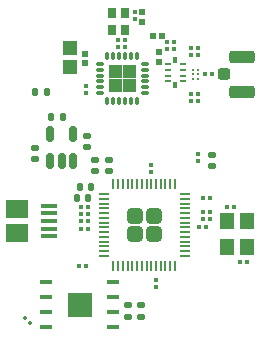
<source format=gtp>
G04 #@! TF.GenerationSoftware,KiCad,Pcbnew,8.0.3*
G04 #@! TF.CreationDate,2024-06-18T15:01:00-07:00*
G04 #@! TF.ProjectId,lora2040,6c6f7261-3230-4343-902e-6b696361645f,rev?*
G04 #@! TF.SameCoordinates,Original*
G04 #@! TF.FileFunction,Paste,Top*
G04 #@! TF.FilePolarity,Positive*
%FSLAX46Y46*%
G04 Gerber Fmt 4.6, Leading zero omitted, Abs format (unit mm)*
G04 Created by KiCad (PCBNEW 8.0.3) date 2024-06-18 15:01:00*
%MOMM*%
%LPD*%
G01*
G04 APERTURE LIST*
G04 Aperture macros list*
%AMRoundRect*
0 Rectangle with rounded corners*
0 $1 Rounding radius*
0 $2 $3 $4 $5 $6 $7 $8 $9 X,Y pos of 4 corners*
0 Add a 4 corners polygon primitive as box body*
4,1,4,$2,$3,$4,$5,$6,$7,$8,$9,$2,$3,0*
0 Add four circle primitives for the rounded corners*
1,1,$1+$1,$2,$3*
1,1,$1+$1,$4,$5*
1,1,$1+$1,$6,$7*
1,1,$1+$1,$8,$9*
0 Add four rect primitives between the rounded corners*
20,1,$1+$1,$2,$3,$4,$5,0*
20,1,$1+$1,$4,$5,$6,$7,0*
20,1,$1+$1,$6,$7,$8,$9,0*
20,1,$1+$1,$8,$9,$2,$3,0*%
%AMRotRect*
0 Rectangle, with rotation*
0 The origin of the aperture is its center*
0 $1 length*
0 $2 width*
0 $3 Rotation angle, in degrees counterclockwise*
0 Add horizontal line*
21,1,$1,$2,0,0,$3*%
G04 Aperture macros list end*
%ADD10C,0.000000*%
%ADD11R,0.350000X0.350000*%
%ADD12R,0.500000X0.250000*%
%ADD13R,0.300000X0.600000*%
%ADD14RoundRect,0.140000X-0.170000X0.140000X-0.170000X-0.140000X0.170000X-0.140000X0.170000X0.140000X0*%
%ADD15R,0.550000X0.550000*%
%ADD16RoundRect,0.140000X-0.140000X-0.170000X0.140000X-0.170000X0.140000X0.170000X-0.140000X0.170000X0*%
%ADD17RoundRect,0.250000X-0.275000X-0.250000X0.275000X-0.250000X0.275000X0.250000X-0.275000X0.250000X0*%
%ADD18RoundRect,0.250000X-0.850000X-0.275000X0.850000X-0.275000X0.850000X0.275000X-0.850000X0.275000X0*%
%ADD19RoundRect,0.140000X0.170000X-0.140000X0.170000X0.140000X-0.170000X0.140000X-0.170000X-0.140000X0*%
%ADD20C,0.250000*%
%ADD21R,0.800000X0.900000*%
%ADD22R,1.200000X1.400000*%
%ADD23R,1.050000X0.450000*%
%ADD24R,2.100000X2.100000*%
%ADD25RoundRect,0.140000X0.140000X0.170000X-0.140000X0.170000X-0.140000X-0.170000X0.140000X-0.170000X0*%
%ADD26R,1.300000X1.300000*%
%ADD27RoundRect,0.135000X0.185000X-0.135000X0.185000X0.135000X-0.185000X0.135000X-0.185000X-0.135000X0*%
%ADD28RoundRect,0.249999X0.395001X-0.395001X0.395001X0.395001X-0.395001X0.395001X-0.395001X-0.395001X0*%
%ADD29RoundRect,0.050000X0.050000X-0.387500X0.050000X0.387500X-0.050000X0.387500X-0.050000X-0.387500X0*%
%ADD30RoundRect,0.050000X0.387500X-0.050000X0.387500X0.050000X-0.387500X0.050000X-0.387500X-0.050000X0*%
%ADD31RotRect,0.350000X0.350000X315.000000*%
%ADD32R,1.350000X0.400000*%
%ADD33R,1.900000X1.500000*%
%ADD34O,0.300000X0.800000*%
%ADD35O,0.800000X0.300000*%
%ADD36RoundRect,0.135000X-0.185000X0.135000X-0.185000X-0.135000X0.185000X-0.135000X0.185000X0.135000X0*%
%ADD37RoundRect,0.150000X0.150000X-0.512500X0.150000X0.512500X-0.150000X0.512500X-0.150000X-0.512500X0*%
%ADD38RoundRect,0.147500X0.172500X-0.147500X0.172500X0.147500X-0.172500X0.147500X-0.172500X-0.147500X0*%
G04 APERTURE END LIST*
D10*
G36*
X142999900Y-88402000D02*
G01*
X142999900Y-89502000D01*
X141899900Y-89501990D01*
X141899900Y-88401990D01*
X142999900Y-88402000D01*
G37*
G36*
X142999890Y-89602000D02*
G01*
X142999900Y-90701990D01*
X141899900Y-90702000D01*
X141899900Y-89601990D01*
X142999890Y-89602000D01*
G37*
G36*
X144199900Y-90701990D02*
G01*
X143099900Y-90702000D01*
X143099890Y-89602000D01*
X144199900Y-89601990D01*
X144199900Y-90701990D01*
G37*
G36*
X144199900Y-89502000D02*
G01*
X143099900Y-89502000D01*
X143099900Y-88402000D01*
X144199900Y-88401990D01*
X144199900Y-89502000D01*
G37*
D11*
X148849900Y-87002000D03*
X148849900Y-87602000D03*
X145912000Y-107247490D03*
X145912000Y-106647500D03*
D12*
X146899900Y-88302000D03*
X146899900Y-88802000D03*
X146899900Y-89302000D03*
X146899900Y-89802000D03*
D13*
X147549900Y-90127000D03*
D12*
X148199900Y-89802000D03*
X148199900Y-89302000D03*
X148199900Y-88802000D03*
X148199900Y-88302000D03*
D13*
X147549900Y-87977000D03*
D11*
X145516600Y-96855000D03*
X145516600Y-97454990D03*
D14*
X140724000Y-96416500D03*
X140724000Y-97376500D03*
D11*
X140008000Y-105410000D03*
X139408000Y-105410000D03*
X146824900Y-86452000D03*
X146824900Y-87051990D03*
D15*
X144754600Y-83947000D03*
X144754600Y-84747000D03*
D16*
X139228000Y-99662500D03*
X140188000Y-99662500D03*
D17*
X151667900Y-89202000D03*
D18*
X153192900Y-87727000D03*
X153192900Y-90677000D03*
D19*
X140081000Y-95349000D03*
X140081000Y-94389000D03*
D14*
X141935200Y-96421000D03*
X141935200Y-97381000D03*
D11*
X150674900Y-89202000D03*
X150074910Y-89202000D03*
D20*
X149049900Y-88802000D03*
X149049900Y-89202000D03*
X149049900Y-89602000D03*
X149449900Y-88802000D03*
X149449900Y-89202000D03*
X149449900Y-89602000D03*
D11*
X144124000Y-83882000D03*
X144124000Y-84481990D03*
X149449900Y-87002000D03*
X149449900Y-87601990D03*
X140024900Y-90177000D03*
X140024900Y-90776990D03*
D21*
X142198000Y-84009000D03*
X142198000Y-85409000D03*
X143298000Y-85409000D03*
X143298000Y-84009000D03*
D11*
X149449900Y-91452000D03*
X149449900Y-90852010D03*
X150503000Y-101491500D03*
X149903010Y-101491500D03*
D22*
X153639000Y-103841000D03*
X153639000Y-101641000D03*
X151939000Y-101641000D03*
X151939000Y-103841000D03*
D15*
X139899900Y-88282000D03*
X139899900Y-87482000D03*
D23*
X142296000Y-110617000D03*
X142296000Y-109347000D03*
X142296000Y-108077000D03*
X142296000Y-106807000D03*
X136596000Y-106807000D03*
X136596000Y-108077000D03*
X136596000Y-109347000D03*
X136596000Y-110617000D03*
D24*
X139446000Y-108712000D03*
D16*
X139482000Y-98773500D03*
X140442000Y-98773500D03*
D14*
X135636000Y-95405000D03*
X135636000Y-96365000D03*
D15*
X146124900Y-87352000D03*
X146124900Y-88152000D03*
D11*
X149479000Y-96575500D03*
X149479000Y-95975500D03*
X142702000Y-86868000D03*
X143302000Y-86868000D03*
D25*
X138021000Y-92837000D03*
X137061000Y-92837000D03*
D11*
X152538990Y-100424500D03*
X151939000Y-100424500D03*
X139535000Y-101057000D03*
X140135000Y-101057000D03*
D15*
X145650000Y-85979000D03*
X146450000Y-85979000D03*
D11*
X139535000Y-101657000D03*
X140134990Y-101657000D03*
X148849900Y-90852000D03*
X148849900Y-91452000D03*
X149903000Y-99695000D03*
X150503000Y-99695000D03*
X142702000Y-86268000D03*
X143301990Y-86268000D03*
X147424900Y-86452000D03*
X147424900Y-87051990D03*
D26*
X138624900Y-88602000D03*
X138624900Y-87002000D03*
D11*
X150503000Y-100891500D03*
X149903010Y-100891500D03*
X153039010Y-105056500D03*
X153639000Y-105056500D03*
D27*
X144653000Y-109728000D03*
X144653000Y-108708000D03*
D11*
X150168000Y-102091500D03*
X149568000Y-102091500D03*
X139535000Y-100457000D03*
X140135000Y-100457000D03*
D16*
X135692000Y-90678000D03*
X136652000Y-90678000D03*
D28*
X144112000Y-102757000D03*
X145712000Y-102757000D03*
X144112000Y-101157000D03*
X145712000Y-101157000D03*
D29*
X142312000Y-105394500D03*
X142712000Y-105394500D03*
X143112000Y-105394500D03*
X143512000Y-105394500D03*
X143912000Y-105394500D03*
X144312000Y-105394500D03*
X144712000Y-105394500D03*
X145112000Y-105394500D03*
X145512000Y-105394500D03*
X145912000Y-105394500D03*
X146312000Y-105394500D03*
X146712000Y-105394500D03*
X147112000Y-105394500D03*
X147512000Y-105394500D03*
D30*
X148349500Y-104557000D03*
X148349500Y-104157000D03*
X148349500Y-103757000D03*
X148349500Y-103357000D03*
X148349500Y-102957000D03*
X148349500Y-102557000D03*
X148349500Y-102157000D03*
X148349500Y-101757000D03*
X148349500Y-101357000D03*
X148349500Y-100957000D03*
X148349500Y-100557000D03*
X148349500Y-100157000D03*
X148349500Y-99757000D03*
X148349500Y-99357000D03*
D29*
X147512000Y-98519500D03*
X147112000Y-98519500D03*
X146712000Y-98519500D03*
X146312000Y-98519500D03*
X145912000Y-98519500D03*
X145512000Y-98519500D03*
X145112000Y-98519500D03*
X144712000Y-98519500D03*
X144312000Y-98519500D03*
X143912000Y-98519500D03*
X143512000Y-98519500D03*
X143112000Y-98519500D03*
X142712000Y-98519500D03*
X142312000Y-98519500D03*
D30*
X141474500Y-99357000D03*
X141474500Y-99757000D03*
X141474500Y-100157000D03*
X141474500Y-100557000D03*
X141474500Y-100957000D03*
X141474500Y-101357000D03*
X141474500Y-101757000D03*
X141474500Y-102157000D03*
X141474500Y-102557000D03*
X141474500Y-102957000D03*
X141474500Y-103357000D03*
X141474500Y-103757000D03*
X141474500Y-104157000D03*
X141474500Y-104557000D03*
D31*
X134830743Y-109811743D03*
X135255000Y-110236000D03*
D32*
X136880600Y-100330000D03*
X136880600Y-100980000D03*
X136880600Y-101630000D03*
X136880600Y-102280000D03*
X136880600Y-102930000D03*
D33*
X134180600Y-100630000D03*
X134180600Y-102630000D03*
D34*
X144299900Y-87652000D03*
X143799900Y-87652000D03*
X143299900Y-87652000D03*
X142799900Y-87652000D03*
X142299900Y-87652000D03*
X141799900Y-87652000D03*
D35*
X141149900Y-88302000D03*
X141149900Y-88802000D03*
X141149900Y-89302000D03*
X141149900Y-89802000D03*
X141149900Y-90302000D03*
X141149900Y-90802000D03*
D34*
X141799900Y-91452000D03*
X142299900Y-91452000D03*
X142799900Y-91452000D03*
X143299900Y-91452000D03*
X143799900Y-91452000D03*
X144299900Y-91452000D03*
D35*
X144949900Y-90802000D03*
X144949900Y-90302000D03*
X144949900Y-89802000D03*
X144949900Y-89302000D03*
X144949900Y-88802000D03*
X144949900Y-88302000D03*
D36*
X143510000Y-108708000D03*
X143510000Y-109728000D03*
D11*
X139535000Y-102329500D03*
X140134990Y-102329500D03*
D37*
X136972000Y-96514500D03*
X137922000Y-96514500D03*
X138872000Y-96514500D03*
X138872000Y-94239500D03*
X136972000Y-94239500D03*
D38*
X150622000Y-96968500D03*
X150622000Y-95998500D03*
M02*

</source>
